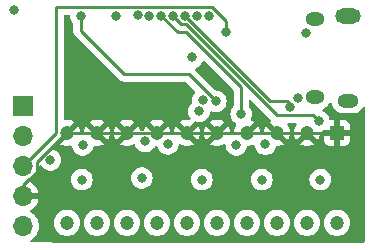
<source format=gbr>
%TF.GenerationSoftware,KiCad,Pcbnew,7.0.9*%
%TF.CreationDate,2024-08-09T11:55:52-06:00*%
%TF.ProjectId,SWAG_BAR_LED_ARM,53574147-5f42-4415-925f-4c45445f4152,rev?*%
%TF.SameCoordinates,Original*%
%TF.FileFunction,Copper,L2,Inr*%
%TF.FilePolarity,Positive*%
%FSLAX46Y46*%
G04 Gerber Fmt 4.6, Leading zero omitted, Abs format (unit mm)*
G04 Created by KiCad (PCBNEW 7.0.9) date 2024-08-09 11:55:52*
%MOMM*%
%LPD*%
G01*
G04 APERTURE LIST*
%TA.AperFunction,ComponentPad*%
%ADD10O,1.800000X1.150000*%
%TD*%
%TA.AperFunction,ComponentPad*%
%ADD11O,1.600000X1.200000*%
%TD*%
%TA.AperFunction,ComponentPad*%
%ADD12O,2.200000X1.300000*%
%TD*%
%TA.AperFunction,ComponentPad*%
%ADD13R,1.700000X1.700000*%
%TD*%
%TA.AperFunction,ComponentPad*%
%ADD14O,1.700000X1.700000*%
%TD*%
%TA.AperFunction,ComponentPad*%
%ADD15R,1.200000X1.200000*%
%TD*%
%TA.AperFunction,ComponentPad*%
%ADD16C,1.200000*%
%TD*%
%TA.AperFunction,ViaPad*%
%ADD17C,0.800000*%
%TD*%
%TA.AperFunction,Conductor*%
%ADD18C,0.250000*%
%TD*%
G04 APERTURE END LIST*
D10*
%TO.N,GND*%
%TO.C,J3*%
X105979000Y-97326000D03*
D11*
X103179000Y-97026000D03*
X103179000Y-90426000D03*
D12*
X105979000Y-90126000D03*
%TD*%
D13*
%TO.N,/SWDIO*%
%TO.C,J1*%
X78435200Y-97790000D03*
D14*
%TO.N,/SWCLK*%
X78435200Y-100330000D03*
%TO.N,/RST*%
X78435200Y-102870000D03*
%TO.N,+3V3*%
X78435200Y-105410000D03*
%TO.N,GND*%
X78435200Y-107950000D03*
%TD*%
D15*
%TO.N,+3V3*%
%TO.C,BAR1*%
X105048500Y-100056500D03*
D16*
X102508500Y-100056500D03*
X99968500Y-100056500D03*
X97428500Y-100056500D03*
X94888500Y-100056500D03*
X92348500Y-100056500D03*
X89808500Y-100056500D03*
X87268500Y-100056500D03*
X84728500Y-100056500D03*
X82188500Y-100056500D03*
%TO.N,/L9*%
X82188500Y-107676500D03*
%TO.N,/L8*%
X84728500Y-107676500D03*
%TO.N,/L7*%
X87268500Y-107676500D03*
%TO.N,/L6*%
X89808500Y-107676500D03*
%TO.N,/L5*%
X92348500Y-107676500D03*
%TO.N,/L4*%
X94888500Y-107676500D03*
%TO.N,/L3*%
X97428500Y-107676500D03*
%TO.N,/L2*%
X99968500Y-107676500D03*
%TO.N,/L1*%
X102508500Y-107676500D03*
%TO.N,/L0*%
X105048500Y-107676500D03*
%TD*%
D17*
%TO.N,/Sig_L9*%
X90728800Y-100987501D03*
X83515200Y-101092000D03*
%TO.N,/Sig_L8*%
X80782949Y-102359649D03*
X88803124Y-100780607D03*
%TO.N,/Sig_L5*%
X83341586Y-90132500D03*
%TO.N,/Sig_L4*%
X88188800Y-90119200D03*
%TO.N,/SWCLK*%
X77673200Y-89662000D03*
%TO.N,+5V*%
X101784553Y-97135995D03*
X102404500Y-91601498D03*
%TO.N,/SWDIO*%
X93170397Y-90132500D03*
%TO.N,/SWCLK*%
X94169900Y-90132500D03*
%TO.N,GND*%
X88519000Y-103886000D03*
X92811600Y-93675200D03*
X83439000Y-104013000D03*
X103632000Y-104013000D03*
X98679000Y-104013000D03*
X93599000Y-104013000D03*
%TO.N,/RST*%
X95632674Y-91525171D03*
%TO.N,/Sig_L1*%
X103505000Y-99060000D03*
X91171391Y-90132500D03*
%TO.N,/Sig_L0*%
X92170894Y-90132500D03*
X101087601Y-97852418D03*
%TO.N,/SW_1*%
X93675200Y-97282000D03*
X86309200Y-90132000D03*
%TO.N,/Sig_L2*%
X90171888Y-90132500D03*
X96520000Y-101092000D03*
X96926400Y-98450400D03*
%TO.N,/Sig_L3*%
X89172385Y-90132500D03*
X98990102Y-101021797D03*
%TO.N,/Sig_L4*%
X93364044Y-98231352D03*
%TO.N,/Sig_L5*%
X94792800Y-97383600D03*
%TD*%
D18*
%TO.N,/Sig_L2*%
X90171888Y-90158302D02*
X90171888Y-90132500D01*
X96926400Y-96186600D02*
X92292500Y-91552700D01*
X92292500Y-91552700D02*
X91566286Y-91552700D01*
X96926400Y-98450400D02*
X96926400Y-96186600D01*
X91566286Y-91552700D02*
X90171888Y-90158302D01*
%TO.N,/RST*%
X81263500Y-100041700D02*
X78435200Y-102870000D01*
X81263500Y-89408000D02*
X81263500Y-100041700D01*
X86007895Y-89408000D02*
X81263500Y-89408000D01*
X88489105Y-89394200D02*
X86021695Y-89394200D01*
X94470705Y-89408000D02*
X88502905Y-89408000D01*
X95632674Y-90569969D02*
X94470705Y-89408000D01*
X86021695Y-89394200D02*
X86007895Y-89408000D01*
X95632674Y-91525171D02*
X95632674Y-90569969D01*
X88502905Y-89408000D02*
X88489105Y-89394200D01*
%TO.N,+3V3*%
X82061500Y-100056500D02*
X82188500Y-100056500D01*
X79610200Y-102507800D02*
X82061500Y-100056500D01*
X78885800Y-104045000D02*
X78921901Y-104045000D01*
X78435200Y-104495600D02*
X78885800Y-104045000D01*
X78435200Y-105410000D02*
X78435200Y-104495600D01*
X78921901Y-104045000D02*
X79610200Y-103356701D01*
X79610200Y-103356701D02*
X79610200Y-102507800D01*
%TO.N,/Sig_L5*%
X83341586Y-91397960D02*
X87026514Y-95082888D01*
X83341586Y-90132500D02*
X83341586Y-91397960D01*
%TO.N,+3V3*%
X102508500Y-100056500D02*
X94888500Y-100056500D01*
X84728500Y-100056500D02*
X82188500Y-100056500D01*
X89808500Y-100056500D02*
X87268500Y-100056500D01*
X105048500Y-100056500D02*
X102508500Y-100056500D01*
X82042000Y-100203000D02*
X82188500Y-100056500D01*
X94888500Y-100056500D02*
X92348500Y-100056500D01*
X92348500Y-100056500D02*
X89808500Y-100056500D01*
X87268500Y-100056500D02*
X84728500Y-100056500D01*
%TO.N,/Sig_L1*%
X99953614Y-98577418D02*
X103022418Y-98577418D01*
X91171391Y-90158302D02*
X91870589Y-90857500D01*
X91171391Y-90132500D02*
X91171391Y-90158302D01*
X92233696Y-90857500D02*
X99953614Y-98577418D01*
X103022418Y-98577418D02*
X103505000Y-99060000D01*
X91870589Y-90857500D02*
X92233696Y-90857500D01*
%TO.N,/Sig_L0*%
X99396192Y-97383600D02*
X100888800Y-97383600D01*
X100888800Y-97653617D02*
X101087601Y-97852418D01*
X92170894Y-90158302D02*
X99396192Y-97383600D01*
X92170894Y-90132500D02*
X92170894Y-90158302D01*
X100888800Y-97383600D02*
X100888800Y-97653617D01*
%TO.N,/Sig_L5*%
X94792800Y-97374295D02*
X94792800Y-97383600D01*
X87026514Y-95082888D02*
X92501393Y-95082888D01*
X92501393Y-95082888D02*
X94792800Y-97374295D01*
%TD*%
%TA.AperFunction,Conductor*%
%TO.N,+3V3*%
G36*
X82373906Y-90061185D02*
G01*
X82419661Y-90113989D01*
X82430188Y-90152538D01*
X82448044Y-90322428D01*
X82448045Y-90322431D01*
X82507056Y-90504049D01*
X82507059Y-90504056D01*
X82593395Y-90653595D01*
X82602546Y-90669444D01*
X82676235Y-90751284D01*
X82706466Y-90814275D01*
X82708086Y-90834256D01*
X82708086Y-91314326D01*
X82706347Y-91330073D01*
X82706618Y-91330099D01*
X82705884Y-91337865D01*
X82708086Y-91407917D01*
X82708086Y-91437819D01*
X82708970Y-91444816D01*
X82709428Y-91450639D01*
X82710912Y-91497849D01*
X82710913Y-91497851D01*
X82716608Y-91517455D01*
X82720553Y-91536502D01*
X82723112Y-91556757D01*
X82723113Y-91556760D01*
X82723114Y-91556763D01*
X82740500Y-91600676D01*
X82742392Y-91606204D01*
X82755567Y-91651552D01*
X82765958Y-91669122D01*
X82774518Y-91686595D01*
X82782033Y-91705577D01*
X82809795Y-91743787D01*
X82813002Y-91748670D01*
X82837044Y-91789322D01*
X82837048Y-91789326D01*
X82851475Y-91803753D01*
X82864112Y-91818548D01*
X82876114Y-91835067D01*
X82912517Y-91865182D01*
X82916817Y-91869095D01*
X84722922Y-93675200D01*
X86519424Y-95471702D01*
X86529330Y-95484066D01*
X86529540Y-95483893D01*
X86534515Y-95489907D01*
X86585608Y-95537887D01*
X86600861Y-95553139D01*
X86606744Y-95559022D01*
X86612316Y-95563344D01*
X86616756Y-95567137D01*
X86651192Y-95599474D01*
X86669081Y-95609308D01*
X86685347Y-95619992D01*
X86701473Y-95632501D01*
X86744812Y-95651255D01*
X86750059Y-95653825D01*
X86791454Y-95676583D01*
X86811232Y-95681661D01*
X86829633Y-95687961D01*
X86848369Y-95696069D01*
X86892876Y-95703117D01*
X86895017Y-95703457D01*
X86900726Y-95704639D01*
X86946484Y-95716388D01*
X86966898Y-95716388D01*
X86986297Y-95717915D01*
X87006457Y-95721108D01*
X87053480Y-95716663D01*
X87059318Y-95716388D01*
X92187627Y-95716388D01*
X92254666Y-95736073D01*
X92275308Y-95752707D01*
X93010015Y-96487415D01*
X93043500Y-96548738D01*
X93038516Y-96618430D01*
X93014484Y-96658068D01*
X92936159Y-96745057D01*
X92840673Y-96910443D01*
X92840670Y-96910450D01*
X92781659Y-97092068D01*
X92781658Y-97092072D01*
X92761696Y-97282000D01*
X92772374Y-97383600D01*
X92780452Y-97460450D01*
X92767882Y-97529179D01*
X92749281Y-97556383D01*
X92625003Y-97694408D01*
X92529517Y-97859795D01*
X92529514Y-97859802D01*
X92471364Y-98038771D01*
X92470502Y-98041424D01*
X92450540Y-98231352D01*
X92470502Y-98421280D01*
X92470503Y-98421283D01*
X92529514Y-98602901D01*
X92529517Y-98602908D01*
X92625005Y-98768298D01*
X92627568Y-98771826D01*
X92651049Y-98837632D01*
X92635224Y-98905686D01*
X92585119Y-98954381D01*
X92516641Y-98968257D01*
X92504467Y-98966601D01*
X92450429Y-98956500D01*
X92246572Y-98956500D01*
X92046178Y-98993960D01*
X91856088Y-99067600D01*
X91856084Y-99067602D01*
X91767810Y-99122258D01*
X92253941Y-99608388D01*
X92212216Y-99614678D01*
X92088041Y-99674477D01*
X91987009Y-99768221D01*
X91918097Y-99887579D01*
X91900987Y-99962540D01*
X91411033Y-99472585D01*
X91409254Y-99474943D01*
X91318386Y-99657430D01*
X91318383Y-99657436D01*
X91262597Y-99853507D01*
X91262597Y-99853510D01*
X91244984Y-100043578D01*
X91219198Y-100108515D01*
X91162397Y-100149202D01*
X91092616Y-100152722D01*
X91071079Y-100145416D01*
X91011089Y-100118707D01*
X91011090Y-100118707D01*
X91007740Y-100117995D01*
X91006391Y-100117708D01*
X90944911Y-100084515D01*
X90911136Y-100023351D01*
X90908705Y-100007860D01*
X90894403Y-99853510D01*
X90894402Y-99853507D01*
X90838616Y-99657436D01*
X90838613Y-99657430D01*
X90747744Y-99474941D01*
X90745966Y-99472586D01*
X90745965Y-99472585D01*
X90259666Y-99958883D01*
X90259272Y-99953614D01*
X90208919Y-99825318D01*
X90122987Y-99717563D01*
X90009112Y-99639924D01*
X89903959Y-99607488D01*
X90389188Y-99122258D01*
X90389187Y-99122257D01*
X90300918Y-99067604D01*
X90300911Y-99067600D01*
X90110821Y-98993960D01*
X89910428Y-98956500D01*
X89706572Y-98956500D01*
X89506178Y-98993960D01*
X89316088Y-99067600D01*
X89316084Y-99067602D01*
X89227810Y-99122258D01*
X89713941Y-99608388D01*
X89672216Y-99614678D01*
X89548041Y-99674477D01*
X89447009Y-99768221D01*
X89378097Y-99887579D01*
X89360987Y-99962540D01*
X88871033Y-99472585D01*
X88869254Y-99474943D01*
X88778386Y-99657430D01*
X88778384Y-99657434D01*
X88738364Y-99798091D01*
X88701085Y-99857184D01*
X88644880Y-99885446D01*
X88520836Y-99911812D01*
X88520829Y-99911815D01*
X88518410Y-99912892D01*
X88516887Y-99913095D01*
X88514656Y-99913821D01*
X88514523Y-99913412D01*
X88449159Y-99922169D01*
X88385886Y-99892534D01*
X88348720Y-99833540D01*
X88298613Y-99657429D01*
X88207744Y-99474941D01*
X88205966Y-99472586D01*
X88205965Y-99472585D01*
X87719666Y-99958884D01*
X87719272Y-99953614D01*
X87668919Y-99825318D01*
X87582987Y-99717563D01*
X87469112Y-99639924D01*
X87363959Y-99607488D01*
X87849188Y-99122258D01*
X87849187Y-99122257D01*
X87760918Y-99067604D01*
X87760911Y-99067600D01*
X87570821Y-98993960D01*
X87370428Y-98956500D01*
X87166572Y-98956500D01*
X86966178Y-98993960D01*
X86776088Y-99067600D01*
X86776084Y-99067602D01*
X86687810Y-99122258D01*
X87173941Y-99608388D01*
X87132216Y-99614678D01*
X87008041Y-99674477D01*
X86907009Y-99768221D01*
X86838097Y-99887579D01*
X86820987Y-99962539D01*
X86331033Y-99472585D01*
X86329254Y-99474943D01*
X86238386Y-99657430D01*
X86238383Y-99657436D01*
X86182597Y-99853507D01*
X86182596Y-99853510D01*
X86163787Y-100056499D01*
X86163787Y-100056500D01*
X86182596Y-100259489D01*
X86182597Y-100259492D01*
X86238383Y-100455563D01*
X86238386Y-100455569D01*
X86329254Y-100638056D01*
X86329255Y-100638057D01*
X86331033Y-100640412D01*
X86817332Y-100154113D01*
X86817728Y-100159386D01*
X86868081Y-100287682D01*
X86954013Y-100395437D01*
X87067888Y-100473076D01*
X87173041Y-100505511D01*
X86687810Y-100990740D01*
X86687811Y-100990741D01*
X86776081Y-101045395D01*
X86776088Y-101045399D01*
X86966178Y-101119039D01*
X87166572Y-101156500D01*
X87370428Y-101156500D01*
X87570822Y-101119039D01*
X87760910Y-101045400D01*
X87770554Y-101039428D01*
X87837914Y-101020868D01*
X87904614Y-101041672D01*
X87949479Y-101095234D01*
X87953770Y-101106532D01*
X87968595Y-101152159D01*
X87968597Y-101152163D01*
X88064084Y-101317551D01*
X88191871Y-101459473D01*
X88346372Y-101571725D01*
X88520836Y-101649401D01*
X88707637Y-101689107D01*
X88898611Y-101689107D01*
X89085412Y-101649401D01*
X89259876Y-101571725D01*
X89414377Y-101459473D01*
X89542164Y-101317551D01*
X89599351Y-101218499D01*
X89649918Y-101170285D01*
X89706738Y-101156500D01*
X89738367Y-101156500D01*
X89805406Y-101176185D01*
X89851161Y-101228989D01*
X89856296Y-101242177D01*
X89864406Y-101267138D01*
X89894270Y-101359051D01*
X89894273Y-101359057D01*
X89989760Y-101524445D01*
X90117547Y-101666367D01*
X90272048Y-101778619D01*
X90446512Y-101856295D01*
X90633313Y-101896001D01*
X90824287Y-101896001D01*
X91011088Y-101856295D01*
X91185552Y-101778619D01*
X91340053Y-101666367D01*
X91467840Y-101524445D01*
X91563327Y-101359057D01*
X91622342Y-101177429D01*
X91629005Y-101114033D01*
X91655588Y-101049421D01*
X91712886Y-101009436D01*
X91782705Y-101006776D01*
X91817604Y-101021571D01*
X91856083Y-101045397D01*
X92046178Y-101119039D01*
X92246572Y-101156500D01*
X92450428Y-101156500D01*
X92650821Y-101119039D01*
X92840914Y-101045397D01*
X92929188Y-100990740D01*
X92443058Y-100504611D01*
X92484784Y-100498322D01*
X92608959Y-100438523D01*
X92709991Y-100344779D01*
X92778903Y-100225421D01*
X92796012Y-100150459D01*
X93285965Y-100640412D01*
X93287747Y-100638052D01*
X93287749Y-100638050D01*
X93378613Y-100455569D01*
X93378616Y-100455563D01*
X93434402Y-100259492D01*
X93434403Y-100259489D01*
X93453213Y-100056500D01*
X93453213Y-100056499D01*
X93434403Y-99853510D01*
X93434402Y-99853507D01*
X93378616Y-99657436D01*
X93378613Y-99657430D01*
X93287744Y-99474941D01*
X93285966Y-99472586D01*
X93285965Y-99472585D01*
X92799666Y-99958884D01*
X92799272Y-99953614D01*
X92748919Y-99825318D01*
X92662987Y-99717563D01*
X92549112Y-99639924D01*
X92443959Y-99607488D01*
X92931228Y-99120218D01*
X92992551Y-99086733D01*
X93062242Y-99091717D01*
X93069341Y-99094618D01*
X93081756Y-99100146D01*
X93268557Y-99139852D01*
X93459531Y-99139852D01*
X93646332Y-99100146D01*
X93820796Y-99022470D01*
X93975297Y-98910218D01*
X94103084Y-98768296D01*
X94198571Y-98602908D01*
X94257586Y-98421280D01*
X94268009Y-98322101D01*
X94294593Y-98257489D01*
X94351891Y-98217504D01*
X94421710Y-98214844D01*
X94441761Y-98221784D01*
X94510512Y-98252394D01*
X94697313Y-98292100D01*
X94888287Y-98292100D01*
X95075088Y-98252394D01*
X95249552Y-98174718D01*
X95404053Y-98062466D01*
X95531840Y-97920544D01*
X95627327Y-97755156D01*
X95686342Y-97573528D01*
X95706304Y-97383600D01*
X95686342Y-97193672D01*
X95627327Y-97012044D01*
X95531840Y-96846656D01*
X95404053Y-96704734D01*
X95249552Y-96592482D01*
X95075088Y-96514806D01*
X95075086Y-96514805D01*
X94888287Y-96475100D01*
X94840871Y-96475100D01*
X94773832Y-96455415D01*
X94753190Y-96438781D01*
X93058525Y-94744115D01*
X93025040Y-94682792D01*
X93030024Y-94613100D01*
X93071896Y-94557167D01*
X93095759Y-94543160D01*
X93268352Y-94466318D01*
X93422853Y-94354066D01*
X93550640Y-94212144D01*
X93646127Y-94046756D01*
X93646131Y-94046743D01*
X93648074Y-94042382D01*
X93693325Y-93989146D01*
X93760174Y-93968825D01*
X93827398Y-93987871D01*
X93849034Y-94005138D01*
X96256581Y-96412685D01*
X96290066Y-96474008D01*
X96292900Y-96500366D01*
X96292900Y-97748641D01*
X96273215Y-97815680D01*
X96261050Y-97831613D01*
X96187363Y-97913450D01*
X96187358Y-97913457D01*
X96091873Y-98078843D01*
X96091870Y-98078850D01*
X96033827Y-98257489D01*
X96032858Y-98260472D01*
X96012896Y-98450400D01*
X96032858Y-98640328D01*
X96032859Y-98640331D01*
X96091870Y-98821949D01*
X96091872Y-98821954D01*
X96091873Y-98821956D01*
X96187360Y-98987344D01*
X96315147Y-99129266D01*
X96469648Y-99241518D01*
X96471097Y-99242163D01*
X96473673Y-99243310D01*
X96526912Y-99288557D01*
X96547237Y-99355405D01*
X96528195Y-99422630D01*
X96522198Y-99431317D01*
X96489255Y-99474940D01*
X96398386Y-99657430D01*
X96398383Y-99657436D01*
X96342597Y-99853507D01*
X96342596Y-99853510D01*
X96323787Y-100056499D01*
X96323787Y-100056501D01*
X96327118Y-100092452D01*
X96313703Y-100161021D01*
X96265345Y-100211453D01*
X96241973Y-100221820D01*
X96237716Y-100223203D01*
X96160022Y-100257794D01*
X96090772Y-100267078D01*
X96027496Y-100237449D01*
X95990283Y-100178313D01*
X95986117Y-100133072D01*
X95993213Y-100056499D01*
X95974403Y-99853510D01*
X95974402Y-99853507D01*
X95918616Y-99657436D01*
X95918613Y-99657430D01*
X95827744Y-99474941D01*
X95825966Y-99472586D01*
X95825965Y-99472585D01*
X95339666Y-99958884D01*
X95339272Y-99953614D01*
X95288919Y-99825318D01*
X95202987Y-99717563D01*
X95089112Y-99639924D01*
X94983959Y-99607488D01*
X95469188Y-99122258D01*
X95469187Y-99122257D01*
X95380918Y-99067604D01*
X95380911Y-99067600D01*
X95190821Y-98993960D01*
X94990428Y-98956500D01*
X94786572Y-98956500D01*
X94586178Y-98993960D01*
X94396088Y-99067600D01*
X94396084Y-99067602D01*
X94307810Y-99122258D01*
X94793941Y-99608388D01*
X94752216Y-99614678D01*
X94628041Y-99674477D01*
X94527009Y-99768221D01*
X94458097Y-99887579D01*
X94440987Y-99962539D01*
X93951033Y-99472585D01*
X93949254Y-99474943D01*
X93858386Y-99657430D01*
X93858383Y-99657436D01*
X93802597Y-99853507D01*
X93802596Y-99853510D01*
X93783787Y-100056499D01*
X93783787Y-100056500D01*
X93802596Y-100259489D01*
X93802597Y-100259492D01*
X93858383Y-100455563D01*
X93858386Y-100455569D01*
X93949254Y-100638056D01*
X93949255Y-100638057D01*
X93951033Y-100640412D01*
X94437332Y-100154113D01*
X94437728Y-100159386D01*
X94488081Y-100287682D01*
X94574013Y-100395437D01*
X94687888Y-100473076D01*
X94793041Y-100505511D01*
X94307810Y-100990740D01*
X94307811Y-100990741D01*
X94396081Y-101045395D01*
X94396088Y-101045399D01*
X94586178Y-101119039D01*
X94786572Y-101156500D01*
X94990428Y-101156500D01*
X95190821Y-101119039D01*
X95380917Y-101045396D01*
X95420161Y-101021097D01*
X95487521Y-101002539D01*
X95554221Y-101023346D01*
X95599084Y-101076910D01*
X95608762Y-101113560D01*
X95626458Y-101281928D01*
X95626459Y-101281931D01*
X95685470Y-101463549D01*
X95685473Y-101463556D01*
X95780960Y-101628944D01*
X95908747Y-101770866D01*
X96063248Y-101883118D01*
X96237712Y-101960794D01*
X96424513Y-102000500D01*
X96615487Y-102000500D01*
X96802288Y-101960794D01*
X96976752Y-101883118D01*
X97131253Y-101770866D01*
X97259040Y-101628944D01*
X97354527Y-101463556D01*
X97413542Y-101281928D01*
X97415076Y-101267331D01*
X97441658Y-101202719D01*
X97498954Y-101162733D01*
X97526955Y-101156822D01*
X97530426Y-101156500D01*
X97730821Y-101119039D01*
X97921721Y-101045085D01*
X97991344Y-101039223D01*
X98053084Y-101071933D01*
X98087339Y-101132829D01*
X98089835Y-101147747D01*
X98096560Y-101211725D01*
X98096561Y-101211728D01*
X98155572Y-101393346D01*
X98155575Y-101393353D01*
X98251062Y-101558741D01*
X98378849Y-101700663D01*
X98533350Y-101812915D01*
X98707814Y-101890591D01*
X98894615Y-101930297D01*
X99085589Y-101930297D01*
X99272390Y-101890591D01*
X99446854Y-101812915D01*
X99601355Y-101700663D01*
X99729142Y-101558741D01*
X99824629Y-101393353D01*
X99860833Y-101281931D01*
X99873748Y-101242182D01*
X99913186Y-101184506D01*
X99977544Y-101157308D01*
X99991679Y-101156500D01*
X100070428Y-101156500D01*
X100270821Y-101119039D01*
X100460914Y-101045397D01*
X100549188Y-100990740D01*
X100063058Y-100504611D01*
X100104784Y-100498322D01*
X100228959Y-100438523D01*
X100329991Y-100344779D01*
X100398903Y-100225421D01*
X100416012Y-100150459D01*
X100905965Y-100640412D01*
X100907747Y-100638052D01*
X100907749Y-100638050D01*
X100998613Y-100455569D01*
X100998616Y-100455563D01*
X101054402Y-100259492D01*
X101054403Y-100259489D01*
X101073213Y-100056500D01*
X101073213Y-100056499D01*
X101054403Y-99853510D01*
X101054402Y-99853507D01*
X100998616Y-99657436D01*
X100998613Y-99657430D01*
X100907744Y-99474940D01*
X100858435Y-99409644D01*
X100833743Y-99344283D01*
X100848308Y-99275948D01*
X100897506Y-99226336D01*
X100957389Y-99210918D01*
X101519611Y-99210918D01*
X101586650Y-99230603D01*
X101632405Y-99283407D01*
X101642349Y-99352565D01*
X101618565Y-99409644D01*
X101569255Y-99474940D01*
X101478386Y-99657430D01*
X101478383Y-99657436D01*
X101422597Y-99853507D01*
X101422596Y-99853510D01*
X101403787Y-100056499D01*
X101403787Y-100056500D01*
X101422596Y-100259489D01*
X101422597Y-100259492D01*
X101478383Y-100455563D01*
X101478386Y-100455569D01*
X101569254Y-100638056D01*
X101569255Y-100638057D01*
X101571033Y-100640412D01*
X102057332Y-100154112D01*
X102057728Y-100159386D01*
X102108081Y-100287682D01*
X102194013Y-100395437D01*
X102307888Y-100473076D01*
X102413041Y-100505511D01*
X101927810Y-100990740D01*
X101927811Y-100990741D01*
X102016081Y-101045395D01*
X102016088Y-101045399D01*
X102206178Y-101119039D01*
X102406572Y-101156500D01*
X102610428Y-101156500D01*
X102810821Y-101119039D01*
X103000914Y-101045397D01*
X103089188Y-100990740D01*
X102603059Y-100504611D01*
X102644784Y-100498322D01*
X102768959Y-100438523D01*
X102869991Y-100344779D01*
X102938903Y-100225421D01*
X102956012Y-100150459D01*
X103445965Y-100640412D01*
X103447747Y-100638052D01*
X103447749Y-100638050D01*
X103538613Y-100455569D01*
X103538616Y-100455563D01*
X103594402Y-100259492D01*
X103594403Y-100259489D01*
X103613366Y-100054846D01*
X103639152Y-99989909D01*
X103695953Y-99949221D01*
X103711034Y-99945002D01*
X103787288Y-99928794D01*
X103961752Y-99851118D01*
X103964588Y-99849057D01*
X103990569Y-99830182D01*
X104056375Y-99806702D01*
X104063454Y-99806500D01*
X104664908Y-99806500D01*
X104618097Y-99887579D01*
X104587429Y-100021947D01*
X104597728Y-100159386D01*
X104648081Y-100287682D01*
X104663088Y-100306500D01*
X103948500Y-100306500D01*
X103948500Y-100704344D01*
X103954901Y-100763872D01*
X103954903Y-100763879D01*
X104005145Y-100898586D01*
X104005149Y-100898593D01*
X104091309Y-101013687D01*
X104091312Y-101013690D01*
X104206406Y-101099850D01*
X104206413Y-101099854D01*
X104341120Y-101150096D01*
X104341127Y-101150098D01*
X104400655Y-101156499D01*
X104400672Y-101156500D01*
X104798500Y-101156500D01*
X104798500Y-100439403D01*
X104847888Y-100473076D01*
X104979588Y-100513700D01*
X105082760Y-100513700D01*
X105184784Y-100498322D01*
X105298500Y-100443559D01*
X105298500Y-101156500D01*
X105696328Y-101156500D01*
X105696344Y-101156499D01*
X105755872Y-101150098D01*
X105755879Y-101150096D01*
X105890586Y-101099854D01*
X105890593Y-101099850D01*
X106005687Y-101013690D01*
X106005690Y-101013687D01*
X106091850Y-100898593D01*
X106091854Y-100898586D01*
X106142096Y-100763879D01*
X106142098Y-100763872D01*
X106148499Y-100704344D01*
X106148500Y-100704327D01*
X106148500Y-100306500D01*
X105432092Y-100306500D01*
X105478903Y-100225421D01*
X105509571Y-100091053D01*
X105499272Y-99953614D01*
X105448919Y-99825318D01*
X105433912Y-99806500D01*
X106148500Y-99806500D01*
X106148500Y-99408672D01*
X106148499Y-99408655D01*
X106142098Y-99349127D01*
X106142096Y-99349120D01*
X106091854Y-99214413D01*
X106091850Y-99214406D01*
X106005690Y-99099312D01*
X106005687Y-99099309D01*
X105890593Y-99013149D01*
X105890586Y-99013145D01*
X105755879Y-98962903D01*
X105755872Y-98962901D01*
X105696344Y-98956500D01*
X105298500Y-98956500D01*
X105298500Y-99673596D01*
X105249112Y-99639924D01*
X105117412Y-99599300D01*
X105014240Y-99599300D01*
X104912216Y-99614678D01*
X104798500Y-99669440D01*
X104798500Y-98956500D01*
X104516715Y-98956500D01*
X104449676Y-98936815D01*
X104403921Y-98884011D01*
X104398784Y-98870818D01*
X104391342Y-98847915D01*
X104359268Y-98749201D01*
X104339529Y-98688449D01*
X104339526Y-98688443D01*
X104244040Y-98523056D01*
X104116253Y-98381134D01*
X104035006Y-98322104D01*
X103961751Y-98268881D01*
X103889529Y-98236726D01*
X103836292Y-98191476D01*
X103815971Y-98124627D01*
X103835016Y-98057403D01*
X103883143Y-98013233D01*
X103981026Y-97962771D01*
X104147432Y-97831908D01*
X104286065Y-97671918D01*
X104368438Y-97529241D01*
X104419002Y-97481029D01*
X104487609Y-97467805D01*
X104552474Y-97493773D01*
X104593003Y-97550686D01*
X104596327Y-97562009D01*
X104625433Y-97681983D01*
X104625437Y-97681995D01*
X104711389Y-97870204D01*
X104711397Y-97870219D01*
X104831420Y-98038768D01*
X104831423Y-98038771D01*
X104856272Y-98062464D01*
X104981178Y-98181562D01*
X105155253Y-98293433D01*
X105262734Y-98336462D01*
X105347349Y-98370337D01*
X105347354Y-98370339D01*
X105550537Y-98409500D01*
X105550538Y-98409500D01*
X106355602Y-98409500D01*
X106355609Y-98409500D01*
X106509986Y-98394759D01*
X106708528Y-98336462D01*
X106892449Y-98241644D01*
X107055101Y-98113732D01*
X107190607Y-97957350D01*
X107198362Y-97943918D01*
X107210113Y-97923566D01*
X107260680Y-97875350D01*
X107329287Y-97862127D01*
X107394152Y-97888096D01*
X107434680Y-97945010D01*
X107441500Y-97985566D01*
X107441500Y-109222500D01*
X107421815Y-109289539D01*
X107369011Y-109335294D01*
X107317500Y-109346500D01*
X82629434Y-109346500D01*
X79219224Y-109335150D01*
X79152251Y-109315243D01*
X79106672Y-109262287D01*
X79096959Y-109193096D01*
X79126195Y-109129637D01*
X79160618Y-109102097D01*
X79180776Y-109091189D01*
X79358440Y-108952906D01*
X79510922Y-108787268D01*
X79634060Y-108598791D01*
X79724496Y-108392616D01*
X79779764Y-108174368D01*
X79787695Y-108078662D01*
X79798356Y-107950005D01*
X79798356Y-107949994D01*
X79779765Y-107725640D01*
X79779763Y-107725628D01*
X79767322Y-107676500D01*
X81075251Y-107676500D01*
X81094205Y-107881058D01*
X81094206Y-107881060D01*
X81150424Y-108078647D01*
X81150430Y-108078662D01*
X81241993Y-108262544D01*
X81241998Y-108262552D01*
X81365800Y-108426493D01*
X81496404Y-108545553D01*
X81517618Y-108564892D01*
X81692282Y-108673040D01*
X81883845Y-108747251D01*
X82085782Y-108785000D01*
X82085784Y-108785000D01*
X82291216Y-108785000D01*
X82291218Y-108785000D01*
X82493155Y-108747251D01*
X82684718Y-108673040D01*
X82859382Y-108564892D01*
X83011201Y-108426491D01*
X83135003Y-108262550D01*
X83226574Y-108078652D01*
X83282794Y-107881059D01*
X83301749Y-107676500D01*
X83615251Y-107676500D01*
X83634205Y-107881058D01*
X83634206Y-107881060D01*
X83690424Y-108078647D01*
X83690430Y-108078662D01*
X83781993Y-108262544D01*
X83781998Y-108262552D01*
X83905800Y-108426493D01*
X84036404Y-108545553D01*
X84057618Y-108564892D01*
X84232282Y-108673040D01*
X84423845Y-108747251D01*
X84625782Y-108785000D01*
X84625784Y-108785000D01*
X84831216Y-108785000D01*
X84831218Y-108785000D01*
X85033155Y-108747251D01*
X85224718Y-108673040D01*
X85399382Y-108564892D01*
X85551201Y-108426491D01*
X85675003Y-108262550D01*
X85766574Y-108078652D01*
X85822794Y-107881059D01*
X85841749Y-107676500D01*
X86155251Y-107676500D01*
X86174205Y-107881058D01*
X86174206Y-107881060D01*
X86230424Y-108078647D01*
X86230430Y-108078662D01*
X86321993Y-108262544D01*
X86321998Y-108262552D01*
X86445800Y-108426493D01*
X86576404Y-108545553D01*
X86597618Y-108564892D01*
X86772282Y-108673040D01*
X86963845Y-108747251D01*
X87165782Y-108785000D01*
X87165784Y-108785000D01*
X87371216Y-108785000D01*
X87371218Y-108785000D01*
X87573155Y-108747251D01*
X87764718Y-108673040D01*
X87939382Y-108564892D01*
X88091201Y-108426491D01*
X88215003Y-108262550D01*
X88306574Y-108078652D01*
X88362794Y-107881059D01*
X88381749Y-107676500D01*
X88695251Y-107676500D01*
X88714205Y-107881058D01*
X88714206Y-107881060D01*
X88770424Y-108078647D01*
X88770430Y-108078662D01*
X88861993Y-108262544D01*
X88861998Y-108262552D01*
X88985800Y-108426493D01*
X89116404Y-108545553D01*
X89137618Y-108564892D01*
X89312282Y-108673040D01*
X89503845Y-108747251D01*
X89705782Y-108785000D01*
X89705784Y-108785000D01*
X89911216Y-108785000D01*
X89911218Y-108785000D01*
X90113155Y-108747251D01*
X90304718Y-108673040D01*
X90479382Y-108564892D01*
X90631201Y-108426491D01*
X90755003Y-108262550D01*
X90846574Y-108078652D01*
X90902794Y-107881059D01*
X90921749Y-107676500D01*
X91235251Y-107676500D01*
X91254205Y-107881058D01*
X91254206Y-107881060D01*
X91310424Y-108078647D01*
X91310430Y-108078662D01*
X91401993Y-108262544D01*
X91401998Y-108262552D01*
X91525800Y-108426493D01*
X91656404Y-108545553D01*
X91677618Y-108564892D01*
X91852282Y-108673040D01*
X92043845Y-108747251D01*
X92245782Y-108785000D01*
X92245784Y-108785000D01*
X92451216Y-108785000D01*
X92451218Y-108785000D01*
X92653155Y-108747251D01*
X92844718Y-108673040D01*
X93019382Y-108564892D01*
X93171201Y-108426491D01*
X93295003Y-108262550D01*
X93386574Y-108078652D01*
X93442794Y-107881059D01*
X93461749Y-107676500D01*
X93775251Y-107676500D01*
X93794205Y-107881058D01*
X93794206Y-107881060D01*
X93850424Y-108078647D01*
X93850430Y-108078662D01*
X93941993Y-108262544D01*
X93941998Y-108262552D01*
X94065800Y-108426493D01*
X94196404Y-108545553D01*
X94217618Y-108564892D01*
X94392282Y-108673040D01*
X94583845Y-108747251D01*
X94785782Y-108785000D01*
X94785784Y-108785000D01*
X94991216Y-108785000D01*
X94991218Y-108785000D01*
X95193155Y-108747251D01*
X95384718Y-108673040D01*
X95559382Y-108564892D01*
X95711201Y-108426491D01*
X95835003Y-108262550D01*
X95926574Y-108078652D01*
X95982794Y-107881059D01*
X96001749Y-107676500D01*
X96315251Y-107676500D01*
X96334205Y-107881058D01*
X96334206Y-107881060D01*
X96390424Y-108078647D01*
X96390430Y-108078662D01*
X96481993Y-108262544D01*
X96481998Y-108262552D01*
X96605800Y-108426493D01*
X96736404Y-108545553D01*
X96757618Y-108564892D01*
X96932282Y-108673040D01*
X97123845Y-108747251D01*
X97325782Y-108785000D01*
X97325784Y-108785000D01*
X97531216Y-108785000D01*
X97531218Y-108785000D01*
X97733155Y-108747251D01*
X97924718Y-108673040D01*
X98099382Y-108564892D01*
X98251201Y-108426491D01*
X98375003Y-108262550D01*
X98466574Y-108078652D01*
X98522794Y-107881059D01*
X98541749Y-107676500D01*
X98855251Y-107676500D01*
X98874205Y-107881058D01*
X98874206Y-107881060D01*
X98930424Y-108078647D01*
X98930430Y-108078662D01*
X99021993Y-108262544D01*
X99021998Y-108262552D01*
X99145800Y-108426493D01*
X99276404Y-108545553D01*
X99297618Y-108564892D01*
X99472282Y-108673040D01*
X99663845Y-108747251D01*
X99865782Y-108785000D01*
X99865784Y-108785000D01*
X100071216Y-108785000D01*
X100071218Y-108785000D01*
X100273155Y-108747251D01*
X100464718Y-108673040D01*
X100639382Y-108564892D01*
X100791201Y-108426491D01*
X100915003Y-108262550D01*
X101006574Y-108078652D01*
X101062794Y-107881059D01*
X101081749Y-107676500D01*
X101395251Y-107676500D01*
X101414205Y-107881058D01*
X101414206Y-107881060D01*
X101470424Y-108078647D01*
X101470430Y-108078662D01*
X101561993Y-108262544D01*
X101561998Y-108262552D01*
X101685800Y-108426493D01*
X101816404Y-108545553D01*
X101837618Y-108564892D01*
X102012282Y-108673040D01*
X102203845Y-108747251D01*
X102405782Y-108785000D01*
X102405784Y-108785000D01*
X102611216Y-108785000D01*
X102611218Y-108785000D01*
X102813155Y-108747251D01*
X103004718Y-108673040D01*
X103179382Y-108564892D01*
X103331201Y-108426491D01*
X103455003Y-108262550D01*
X103546574Y-108078652D01*
X103602794Y-107881059D01*
X103621749Y-107676500D01*
X103935251Y-107676500D01*
X103954205Y-107881058D01*
X103954206Y-107881060D01*
X104010424Y-108078647D01*
X104010430Y-108078662D01*
X104101993Y-108262544D01*
X104101998Y-108262552D01*
X104225800Y-108426493D01*
X104356404Y-108545553D01*
X104377618Y-108564892D01*
X104552282Y-108673040D01*
X104743845Y-108747251D01*
X104945782Y-108785000D01*
X104945784Y-108785000D01*
X105151216Y-108785000D01*
X105151218Y-108785000D01*
X105353155Y-108747251D01*
X105544718Y-108673040D01*
X105719382Y-108564892D01*
X105871201Y-108426491D01*
X105995003Y-108262550D01*
X106086574Y-108078652D01*
X106142794Y-107881059D01*
X106161749Y-107676500D01*
X106142794Y-107471941D01*
X106086574Y-107274348D01*
X106065516Y-107232058D01*
X105995006Y-107090455D01*
X105995001Y-107090447D01*
X105871199Y-106926506D01*
X105719383Y-106788109D01*
X105719382Y-106788108D01*
X105579761Y-106701658D01*
X105544720Y-106679961D01*
X105544718Y-106679960D01*
X105353155Y-106605749D01*
X105151218Y-106568000D01*
X104945782Y-106568000D01*
X104743845Y-106605749D01*
X104743842Y-106605749D01*
X104743842Y-106605750D01*
X104552279Y-106679961D01*
X104377616Y-106788109D01*
X104225800Y-106926506D01*
X104101998Y-107090447D01*
X104101993Y-107090455D01*
X104010430Y-107274337D01*
X104010424Y-107274352D01*
X103954206Y-107471939D01*
X103954205Y-107471941D01*
X103935251Y-107676499D01*
X103935251Y-107676500D01*
X103621749Y-107676500D01*
X103602794Y-107471941D01*
X103546574Y-107274348D01*
X103525516Y-107232058D01*
X103455006Y-107090455D01*
X103455001Y-107090447D01*
X103331199Y-106926506D01*
X103179383Y-106788109D01*
X103179382Y-106788108D01*
X103039761Y-106701658D01*
X103004720Y-106679961D01*
X103004718Y-106679960D01*
X102813155Y-106605749D01*
X102611218Y-106568000D01*
X102405782Y-106568000D01*
X102203845Y-106605749D01*
X102203842Y-106605749D01*
X102203842Y-106605750D01*
X102012279Y-106679961D01*
X101837616Y-106788109D01*
X101685800Y-106926506D01*
X101561998Y-107090447D01*
X101561993Y-107090455D01*
X101470430Y-107274337D01*
X101470424Y-107274352D01*
X101414206Y-107471939D01*
X101414205Y-107471941D01*
X101395251Y-107676499D01*
X101395251Y-107676500D01*
X101081749Y-107676500D01*
X101062794Y-107471941D01*
X101006574Y-107274348D01*
X100985516Y-107232058D01*
X100915006Y-107090455D01*
X100915001Y-107090447D01*
X100791199Y-106926506D01*
X100639383Y-106788109D01*
X100639382Y-106788108D01*
X100499761Y-106701658D01*
X100464720Y-106679961D01*
X100464718Y-106679960D01*
X100273155Y-106605749D01*
X100071218Y-106568000D01*
X99865782Y-106568000D01*
X99663845Y-106605749D01*
X99663842Y-106605749D01*
X99663842Y-106605750D01*
X99472279Y-106679961D01*
X99297616Y-106788109D01*
X99145800Y-106926506D01*
X99021998Y-107090447D01*
X99021993Y-107090455D01*
X98930430Y-107274337D01*
X98930424Y-107274352D01*
X98874206Y-107471939D01*
X98874205Y-107471941D01*
X98855251Y-107676499D01*
X98855251Y-107676500D01*
X98541749Y-107676500D01*
X98522794Y-107471941D01*
X98466574Y-107274348D01*
X98445516Y-107232058D01*
X98375006Y-107090455D01*
X98375001Y-107090447D01*
X98251199Y-106926506D01*
X98099383Y-106788109D01*
X98099382Y-106788108D01*
X97959761Y-106701658D01*
X97924720Y-106679961D01*
X97924718Y-106679960D01*
X97733155Y-106605749D01*
X97531218Y-106568000D01*
X97325782Y-106568000D01*
X97123845Y-106605749D01*
X97123842Y-106605749D01*
X97123842Y-106605750D01*
X96932279Y-106679961D01*
X96757616Y-106788109D01*
X96605800Y-106926506D01*
X96481998Y-107090447D01*
X96481993Y-107090455D01*
X96390430Y-107274337D01*
X96390424Y-107274352D01*
X96334206Y-107471939D01*
X96334205Y-107471941D01*
X96315251Y-107676499D01*
X96315251Y-107676500D01*
X96001749Y-107676500D01*
X95982794Y-107471941D01*
X95926574Y-107274348D01*
X95905516Y-107232058D01*
X95835006Y-107090455D01*
X95835001Y-107090447D01*
X95711199Y-106926506D01*
X95559383Y-106788109D01*
X95559382Y-106788108D01*
X95419761Y-106701658D01*
X95384720Y-106679961D01*
X95384718Y-106679960D01*
X95193155Y-106605749D01*
X94991218Y-106568000D01*
X94785782Y-106568000D01*
X94583845Y-106605749D01*
X94583842Y-106605749D01*
X94583842Y-106605750D01*
X94392279Y-106679961D01*
X94217616Y-106788109D01*
X94065800Y-106926506D01*
X93941998Y-107090447D01*
X93941993Y-107090455D01*
X93850430Y-107274337D01*
X93850424Y-107274352D01*
X93794206Y-107471939D01*
X93794205Y-107471941D01*
X93775251Y-107676499D01*
X93775251Y-107676500D01*
X93461749Y-107676500D01*
X93442794Y-107471941D01*
X93386574Y-107274348D01*
X93365516Y-107232058D01*
X93295006Y-107090455D01*
X93295001Y-107090447D01*
X93171199Y-106926506D01*
X93019383Y-106788109D01*
X93019382Y-106788108D01*
X92879761Y-106701658D01*
X92844720Y-106679961D01*
X92844718Y-106679960D01*
X92653155Y-106605749D01*
X92451218Y-106568000D01*
X92245782Y-106568000D01*
X92043845Y-106605749D01*
X92043842Y-106605749D01*
X92043842Y-106605750D01*
X91852279Y-106679961D01*
X91677616Y-106788109D01*
X91525800Y-106926506D01*
X91401998Y-107090447D01*
X91401993Y-107090455D01*
X91310430Y-107274337D01*
X91310424Y-107274352D01*
X91254206Y-107471939D01*
X91254205Y-107471941D01*
X91235251Y-107676499D01*
X91235251Y-107676500D01*
X90921749Y-107676500D01*
X90902794Y-107471941D01*
X90846574Y-107274348D01*
X90825516Y-107232058D01*
X90755006Y-107090455D01*
X90755001Y-107090447D01*
X90631199Y-106926506D01*
X90479383Y-106788109D01*
X90479382Y-106788108D01*
X90339761Y-106701658D01*
X90304720Y-106679961D01*
X90304718Y-106679960D01*
X90113155Y-106605749D01*
X89911218Y-106568000D01*
X89705782Y-106568000D01*
X89503845Y-106605749D01*
X89503842Y-106605749D01*
X89503842Y-106605750D01*
X89312279Y-106679961D01*
X89137616Y-106788109D01*
X88985800Y-106926506D01*
X88861998Y-107090447D01*
X88861993Y-107090455D01*
X88770430Y-107274337D01*
X88770424Y-107274352D01*
X88714206Y-107471939D01*
X88714205Y-107471941D01*
X88695251Y-107676499D01*
X88695251Y-107676500D01*
X88381749Y-107676500D01*
X88362794Y-107471941D01*
X88306574Y-107274348D01*
X88285516Y-107232058D01*
X88215006Y-107090455D01*
X88215001Y-107090447D01*
X88091199Y-106926506D01*
X87939383Y-106788109D01*
X87939382Y-106788108D01*
X87799761Y-106701658D01*
X87764720Y-106679961D01*
X87764718Y-106679960D01*
X87573155Y-106605749D01*
X87371218Y-106568000D01*
X87165782Y-106568000D01*
X86963845Y-106605749D01*
X86963842Y-106605749D01*
X86963842Y-106605750D01*
X86772279Y-106679961D01*
X86597616Y-106788109D01*
X86445800Y-106926506D01*
X86321998Y-107090447D01*
X86321993Y-107090455D01*
X86230430Y-107274337D01*
X86230424Y-107274352D01*
X86174206Y-107471939D01*
X86174205Y-107471941D01*
X86155251Y-107676499D01*
X86155251Y-107676500D01*
X85841749Y-107676500D01*
X85822794Y-107471941D01*
X85766574Y-107274348D01*
X85745516Y-107232058D01*
X85675006Y-107090455D01*
X85675001Y-107090447D01*
X85551199Y-106926506D01*
X85399383Y-106788109D01*
X85399382Y-106788108D01*
X85259761Y-106701658D01*
X85224720Y-106679961D01*
X85224718Y-106679960D01*
X85033155Y-106605749D01*
X84831218Y-106568000D01*
X84625782Y-106568000D01*
X84423845Y-106605749D01*
X84423842Y-106605749D01*
X84423842Y-106605750D01*
X84232279Y-106679961D01*
X84057616Y-106788109D01*
X83905800Y-106926506D01*
X83781998Y-107090447D01*
X83781993Y-107090455D01*
X83690430Y-107274337D01*
X83690424Y-107274352D01*
X83634206Y-107471939D01*
X83634205Y-107471941D01*
X83615251Y-107676499D01*
X83615251Y-107676500D01*
X83301749Y-107676500D01*
X83282794Y-107471941D01*
X83226574Y-107274348D01*
X83205516Y-107232058D01*
X83135006Y-107090455D01*
X83135001Y-107090447D01*
X83011199Y-106926506D01*
X82859383Y-106788109D01*
X82859382Y-106788108D01*
X82719761Y-106701658D01*
X82684720Y-106679961D01*
X82684718Y-106679960D01*
X82493155Y-106605749D01*
X82291218Y-106568000D01*
X82085782Y-106568000D01*
X81883845Y-106605749D01*
X81883842Y-106605749D01*
X81883842Y-106605750D01*
X81692279Y-106679961D01*
X81517616Y-106788109D01*
X81365800Y-106926506D01*
X81241998Y-107090447D01*
X81241993Y-107090455D01*
X81150430Y-107274337D01*
X81150424Y-107274352D01*
X81094206Y-107471939D01*
X81094205Y-107471941D01*
X81075251Y-107676499D01*
X81075251Y-107676500D01*
X79767322Y-107676500D01*
X79724496Y-107507385D01*
X79708948Y-107471939D01*
X79634060Y-107301209D01*
X79616513Y-107274352D01*
X79510923Y-107112734D01*
X79510915Y-107112723D01*
X79358443Y-106947097D01*
X79358438Y-106947092D01*
X79180777Y-106808812D01*
X79180777Y-106808811D01*
X79137503Y-106785393D01*
X79087913Y-106736173D01*
X79072805Y-106667957D01*
X79096975Y-106602401D01*
X79125398Y-106574763D01*
X79306279Y-106448108D01*
X79473305Y-106281082D01*
X79608800Y-106087578D01*
X79708629Y-105873492D01*
X79708632Y-105873486D01*
X79765836Y-105660000D01*
X78868886Y-105660000D01*
X78894693Y-105619844D01*
X78935200Y-105481889D01*
X78935200Y-105338111D01*
X78894693Y-105200156D01*
X78868886Y-105160000D01*
X79765836Y-105160000D01*
X79765835Y-105159999D01*
X79708632Y-104946513D01*
X79708629Y-104946507D01*
X79608800Y-104732422D01*
X79608799Y-104732420D01*
X79473313Y-104538926D01*
X79473308Y-104538920D01*
X79306282Y-104371894D01*
X79125397Y-104245236D01*
X79081772Y-104190659D01*
X79074580Y-104121160D01*
X79106102Y-104058806D01*
X79137500Y-104034608D01*
X79177429Y-104013000D01*
X82525496Y-104013000D01*
X82545458Y-104202928D01*
X82545459Y-104202931D01*
X82604470Y-104384549D01*
X82604473Y-104384556D01*
X82699960Y-104549944D01*
X82827747Y-104691866D01*
X82982248Y-104804118D01*
X83156712Y-104881794D01*
X83343513Y-104921500D01*
X83534487Y-104921500D01*
X83721288Y-104881794D01*
X83895752Y-104804118D01*
X84050253Y-104691866D01*
X84178040Y-104549944D01*
X84273527Y-104384556D01*
X84332542Y-104202928D01*
X84352504Y-104013000D01*
X84339156Y-103886000D01*
X87605496Y-103886000D01*
X87625458Y-104075928D01*
X87625459Y-104075931D01*
X87684470Y-104257549D01*
X87684473Y-104257556D01*
X87779960Y-104422944D01*
X87907747Y-104564866D01*
X88062248Y-104677118D01*
X88236712Y-104754794D01*
X88423513Y-104794500D01*
X88614487Y-104794500D01*
X88801288Y-104754794D01*
X88975752Y-104677118D01*
X89130253Y-104564866D01*
X89258040Y-104422944D01*
X89353527Y-104257556D01*
X89412542Y-104075928D01*
X89419156Y-104013000D01*
X92685496Y-104013000D01*
X92705458Y-104202928D01*
X92705459Y-104202931D01*
X92764470Y-104384549D01*
X92764473Y-104384556D01*
X92859960Y-104549944D01*
X92987747Y-104691866D01*
X93142248Y-104804118D01*
X93316712Y-104881794D01*
X93503513Y-104921500D01*
X93694487Y-104921500D01*
X93881288Y-104881794D01*
X94055752Y-104804118D01*
X94210253Y-104691866D01*
X94338040Y-104549944D01*
X94433527Y-104384556D01*
X94492542Y-104202928D01*
X94512504Y-104013000D01*
X97765496Y-104013000D01*
X97785458Y-104202928D01*
X97785459Y-104202931D01*
X97844470Y-104384549D01*
X97844473Y-104384556D01*
X97939960Y-104549944D01*
X98067747Y-104691866D01*
X98222248Y-104804118D01*
X98396712Y-104881794D01*
X98583513Y-104921500D01*
X98774487Y-104921500D01*
X98961288Y-104881794D01*
X99135752Y-104804118D01*
X99290253Y-104691866D01*
X99418040Y-104549944D01*
X99513527Y-104384556D01*
X99572542Y-104202928D01*
X99592504Y-104013000D01*
X102718496Y-104013000D01*
X102738458Y-104202928D01*
X102738459Y-104202931D01*
X102797470Y-104384549D01*
X102797473Y-104384556D01*
X102892960Y-104549944D01*
X103020747Y-104691866D01*
X103175248Y-104804118D01*
X103349712Y-104881794D01*
X103536513Y-104921500D01*
X103727487Y-104921500D01*
X103914288Y-104881794D01*
X104088752Y-104804118D01*
X104243253Y-104691866D01*
X104371040Y-104549944D01*
X104466527Y-104384556D01*
X104525542Y-104202928D01*
X104545504Y-104013000D01*
X104525542Y-103823072D01*
X104466527Y-103641444D01*
X104371040Y-103476056D01*
X104243253Y-103334134D01*
X104088752Y-103221882D01*
X103914288Y-103144206D01*
X103914286Y-103144205D01*
X103727487Y-103104500D01*
X103536513Y-103104500D01*
X103349714Y-103144205D01*
X103262480Y-103183044D01*
X103208371Y-103207135D01*
X103175246Y-103221883D01*
X103020745Y-103334135D01*
X102892959Y-103476057D01*
X102797473Y-103641443D01*
X102797470Y-103641450D01*
X102738459Y-103823068D01*
X102738458Y-103823072D01*
X102718496Y-104013000D01*
X99592504Y-104013000D01*
X99572542Y-103823072D01*
X99513527Y-103641444D01*
X99418040Y-103476056D01*
X99290253Y-103334134D01*
X99135752Y-103221882D01*
X98961288Y-103144206D01*
X98961286Y-103144205D01*
X98774487Y-103104500D01*
X98583513Y-103104500D01*
X98396714Y-103144205D01*
X98309480Y-103183044D01*
X98255371Y-103207135D01*
X98222246Y-103221883D01*
X98067745Y-103334135D01*
X97939959Y-103476057D01*
X97844473Y-103641443D01*
X97844470Y-103641450D01*
X97785459Y-103823068D01*
X97785458Y-103823072D01*
X97765496Y-104013000D01*
X94512504Y-104013000D01*
X94492542Y-103823072D01*
X94433527Y-103641444D01*
X94338040Y-103476056D01*
X94210253Y-103334134D01*
X94055752Y-103221882D01*
X93881288Y-103144206D01*
X93881286Y-103144205D01*
X93694487Y-103104500D01*
X93503513Y-103104500D01*
X93316714Y-103144205D01*
X93229480Y-103183044D01*
X93175371Y-103207135D01*
X93142246Y-103221883D01*
X92987745Y-103334135D01*
X92859959Y-103476057D01*
X92764473Y-103641443D01*
X92764470Y-103641450D01*
X92705459Y-103823068D01*
X92705458Y-103823072D01*
X92685496Y-104013000D01*
X89419156Y-104013000D01*
X89432504Y-103886000D01*
X89412542Y-103696072D01*
X89353527Y-103514444D01*
X89258040Y-103349056D01*
X89130253Y-103207134D01*
X88975752Y-103094882D01*
X88801288Y-103017206D01*
X88801286Y-103017205D01*
X88614487Y-102977500D01*
X88423513Y-102977500D01*
X88236714Y-103017205D01*
X88236712Y-103017206D01*
X88063403Y-103094368D01*
X88062246Y-103094883D01*
X87907745Y-103207135D01*
X87779959Y-103349057D01*
X87684473Y-103514443D01*
X87684470Y-103514450D01*
X87625459Y-103696068D01*
X87625458Y-103696072D01*
X87605496Y-103886000D01*
X84339156Y-103886000D01*
X84332542Y-103823072D01*
X84273527Y-103641444D01*
X84178040Y-103476056D01*
X84050253Y-103334134D01*
X83895752Y-103221882D01*
X83721288Y-103144206D01*
X83721286Y-103144205D01*
X83534487Y-103104500D01*
X83343513Y-103104500D01*
X83156714Y-103144205D01*
X83069480Y-103183044D01*
X83015371Y-103207135D01*
X82982246Y-103221883D01*
X82827745Y-103334135D01*
X82699959Y-103476057D01*
X82604473Y-103641443D01*
X82604470Y-103641450D01*
X82545459Y-103823068D01*
X82545458Y-103823072D01*
X82525496Y-104013000D01*
X79177429Y-104013000D01*
X79180776Y-104011189D01*
X79358440Y-103872906D01*
X79510922Y-103707268D01*
X79634060Y-103518791D01*
X79724496Y-103312616D01*
X79779764Y-103094368D01*
X79794509Y-102916417D01*
X79819662Y-102851237D01*
X79876064Y-102809998D01*
X79945807Y-102805800D01*
X80006749Y-102839974D01*
X80025471Y-102864659D01*
X80028555Y-102870000D01*
X80043909Y-102896593D01*
X80171696Y-103038515D01*
X80326197Y-103150767D01*
X80500661Y-103228443D01*
X80687462Y-103268149D01*
X80878436Y-103268149D01*
X81065237Y-103228443D01*
X81239701Y-103150767D01*
X81394202Y-103038515D01*
X81521989Y-102896593D01*
X81617476Y-102731205D01*
X81676491Y-102549577D01*
X81696453Y-102359649D01*
X81676491Y-102169721D01*
X81617476Y-101988093D01*
X81521989Y-101822705D01*
X81394202Y-101680783D01*
X81239701Y-101568531D01*
X81065237Y-101490855D01*
X81065235Y-101490854D01*
X81065236Y-101490854D01*
X80995864Y-101476109D01*
X80934383Y-101442916D01*
X80900607Y-101381753D01*
X80905259Y-101312039D01*
X80933963Y-101267140D01*
X81652315Y-100548787D01*
X81664680Y-100538883D01*
X81664506Y-100538673D01*
X81670512Y-100533703D01*
X81670518Y-100533700D01*
X81718499Y-100482604D01*
X81739634Y-100461470D01*
X81743963Y-100455887D01*
X81747742Y-100451463D01*
X81780086Y-100417021D01*
X81789923Y-100399124D01*
X81800597Y-100382874D01*
X81813113Y-100366741D01*
X81826484Y-100335838D01*
X81874013Y-100395437D01*
X81987888Y-100473076D01*
X82093041Y-100505511D01*
X81607810Y-100990740D01*
X81607811Y-100990741D01*
X81696081Y-101045395D01*
X81696088Y-101045399D01*
X81886178Y-101119039D01*
X82086572Y-101156500D01*
X82290427Y-101156500D01*
X82470283Y-101122878D01*
X82539798Y-101129909D01*
X82594477Y-101173406D01*
X82616389Y-101231803D01*
X82621658Y-101281928D01*
X82621659Y-101281931D01*
X82680670Y-101463549D01*
X82680673Y-101463556D01*
X82776160Y-101628944D01*
X82903947Y-101770866D01*
X83058448Y-101883118D01*
X83232912Y-101960794D01*
X83419713Y-102000500D01*
X83610687Y-102000500D01*
X83797488Y-101960794D01*
X83971952Y-101883118D01*
X84126453Y-101770866D01*
X84254240Y-101628944D01*
X84349727Y-101463556D01*
X84408742Y-101281928D01*
X84411825Y-101252593D01*
X84438408Y-101187981D01*
X84495705Y-101147996D01*
X84557931Y-101143669D01*
X84626565Y-101156499D01*
X84626571Y-101156500D01*
X84830428Y-101156500D01*
X85030821Y-101119039D01*
X85220914Y-101045397D01*
X85309188Y-100990740D01*
X84823058Y-100504611D01*
X84864784Y-100498322D01*
X84988959Y-100438523D01*
X85089991Y-100344779D01*
X85158903Y-100225421D01*
X85176012Y-100150459D01*
X85665965Y-100640412D01*
X85667747Y-100638052D01*
X85667749Y-100638050D01*
X85758613Y-100455569D01*
X85758616Y-100455563D01*
X85814402Y-100259492D01*
X85814403Y-100259489D01*
X85833213Y-100056500D01*
X85833213Y-100056499D01*
X85814403Y-99853510D01*
X85814402Y-99853507D01*
X85758616Y-99657436D01*
X85758613Y-99657430D01*
X85667744Y-99474941D01*
X85665966Y-99472586D01*
X85665965Y-99472585D01*
X85179666Y-99958884D01*
X85179272Y-99953614D01*
X85128919Y-99825318D01*
X85042987Y-99717563D01*
X84929112Y-99639924D01*
X84823959Y-99607488D01*
X85309188Y-99122258D01*
X85309187Y-99122257D01*
X85220918Y-99067604D01*
X85220911Y-99067600D01*
X85030821Y-98993960D01*
X84830428Y-98956500D01*
X84626572Y-98956500D01*
X84426178Y-98993960D01*
X84236088Y-99067600D01*
X84236084Y-99067602D01*
X84147810Y-99122258D01*
X84633941Y-99608388D01*
X84592216Y-99614678D01*
X84468041Y-99674477D01*
X84367009Y-99768221D01*
X84298097Y-99887579D01*
X84280987Y-99962540D01*
X83791033Y-99472585D01*
X83789254Y-99474943D01*
X83698386Y-99657430D01*
X83698383Y-99657436D01*
X83642597Y-99853507D01*
X83642596Y-99853510D01*
X83623787Y-100056499D01*
X83623787Y-100059500D01*
X83623380Y-100060883D01*
X83623258Y-100062208D01*
X83622998Y-100062183D01*
X83604102Y-100126539D01*
X83551298Y-100172294D01*
X83499787Y-100183500D01*
X83417213Y-100183500D01*
X83350174Y-100163815D01*
X83304419Y-100111011D01*
X83293800Y-100062202D01*
X83293742Y-100062208D01*
X83293697Y-100061726D01*
X83293213Y-100059500D01*
X83293213Y-100056499D01*
X83274403Y-99853510D01*
X83274402Y-99853507D01*
X83218616Y-99657436D01*
X83218613Y-99657430D01*
X83127744Y-99474941D01*
X83125966Y-99472586D01*
X83125965Y-99472585D01*
X82639666Y-99958884D01*
X82639272Y-99953614D01*
X82588919Y-99825318D01*
X82502987Y-99717563D01*
X82389112Y-99639924D01*
X82283958Y-99607488D01*
X82769188Y-99122258D01*
X82769187Y-99122257D01*
X82680918Y-99067604D01*
X82680911Y-99067600D01*
X82490821Y-98993960D01*
X82290428Y-98956500D01*
X82086572Y-98956500D01*
X82043784Y-98964498D01*
X81974269Y-98957466D01*
X81919591Y-98913968D01*
X81897109Y-98847814D01*
X81897000Y-98842609D01*
X81897000Y-90165500D01*
X81916685Y-90098461D01*
X81969489Y-90052706D01*
X82021000Y-90041500D01*
X82306867Y-90041500D01*
X82373906Y-90061185D01*
G37*
%TD.AperFunction*%
%TA.AperFunction,Conductor*%
G36*
X97765103Y-97285257D02*
G01*
X97771579Y-97291287D01*
X98594022Y-98113731D01*
X99409736Y-98929445D01*
X99443221Y-98990768D01*
X99438237Y-99060460D01*
X99396365Y-99116393D01*
X99387814Y-99122224D01*
X99387810Y-99122258D01*
X99873941Y-99608388D01*
X99832216Y-99614678D01*
X99708041Y-99674477D01*
X99607009Y-99768221D01*
X99538097Y-99887579D01*
X99520987Y-99962540D01*
X99031033Y-99472585D01*
X99029254Y-99474943D01*
X98938386Y-99657430D01*
X98938383Y-99657436D01*
X98882597Y-99853507D01*
X98882597Y-99853510D01*
X98866219Y-100030249D01*
X98840432Y-100095186D01*
X98783632Y-100135873D01*
X98768530Y-100140097D01*
X98707813Y-100153003D01*
X98707804Y-100153005D01*
X98706661Y-100153515D01*
X98705940Y-100153611D01*
X98701630Y-100155012D01*
X98701373Y-100154223D01*
X98637410Y-100162794D01*
X98574136Y-100133159D01*
X98536929Y-100074021D01*
X98532765Y-100051672D01*
X98514403Y-99853510D01*
X98514402Y-99853507D01*
X98458616Y-99657436D01*
X98458613Y-99657430D01*
X98367744Y-99474941D01*
X98365966Y-99472586D01*
X98365965Y-99472585D01*
X97879666Y-99958883D01*
X97879272Y-99953614D01*
X97828919Y-99825318D01*
X97742987Y-99717563D01*
X97629112Y-99639924D01*
X97523958Y-99607488D01*
X98009188Y-99122258D01*
X98009187Y-99122257D01*
X97920918Y-99067604D01*
X97920911Y-99067600D01*
X97809229Y-99024335D01*
X97753828Y-98981762D01*
X97730237Y-98915995D01*
X97745948Y-98847915D01*
X97746594Y-98846779D01*
X97760927Y-98821956D01*
X97819942Y-98640328D01*
X97839904Y-98450400D01*
X97819942Y-98260472D01*
X97760927Y-98078844D01*
X97683658Y-97945010D01*
X97665441Y-97913457D01*
X97665436Y-97913450D01*
X97591750Y-97831613D01*
X97561520Y-97768621D01*
X97559900Y-97748641D01*
X97559900Y-97378970D01*
X97579585Y-97311931D01*
X97632389Y-97266176D01*
X97701547Y-97256232D01*
X97765103Y-97285257D01*
G37*
%TD.AperFunction*%
%TD*%
M02*

</source>
